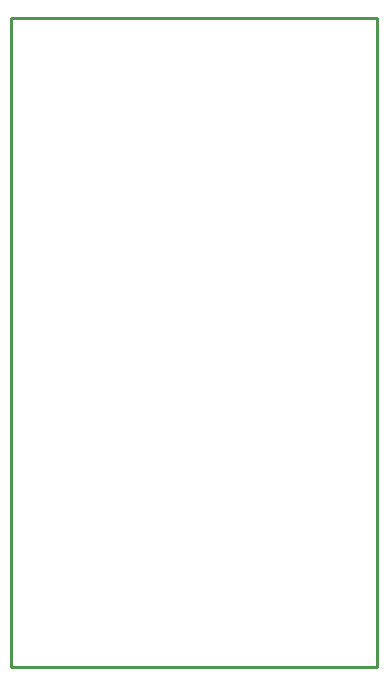
<source format=gbr>
%TF.GenerationSoftware,KiCad,Pcbnew,7.0.9-7.0.9~ubuntu22.04.1*%
%TF.CreationDate,2023-12-18T16:27:14+02:00*%
%TF.ProjectId,VGA2HDMI_Rev_C,56474132-4844-44d4-995f-5265765f432e,C*%
%TF.SameCoordinates,PX5f5e100PY7270e00*%
%TF.FileFunction,Profile,NP*%
%FSLAX46Y46*%
G04 Gerber Fmt 4.6, Leading zero omitted, Abs format (unit mm)*
G04 Created by KiCad (PCBNEW 7.0.9-7.0.9~ubuntu22.04.1) date 2023-12-18 16:27:14*
%MOMM*%
%LPD*%
G01*
G04 APERTURE LIST*
%TA.AperFunction,Profile*%
%ADD10C,0.254000*%
%TD*%
G04 APERTURE END LIST*
D10*
X31000000Y55000000D02*
X0Y55000000D01*
X0Y55000000D02*
X0Y0D01*
X31000000Y55000000D02*
X31000000Y0D01*
X31000000Y0D02*
X0Y0D01*
M02*

</source>
